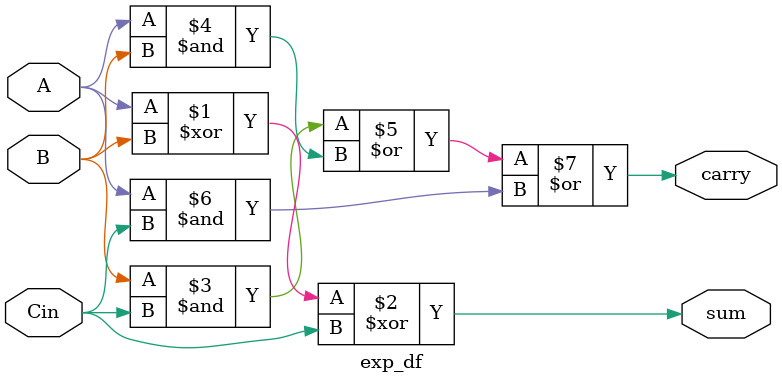
<source format=v>


module exp_df(sum, carry, A, B, Cin);
input A, B, Cin; output sum, carry;
assign sum = A^B^Cin;
assign carry = (B&Cin)|(A&B)|(A&Cin);
endmodule
</source>
